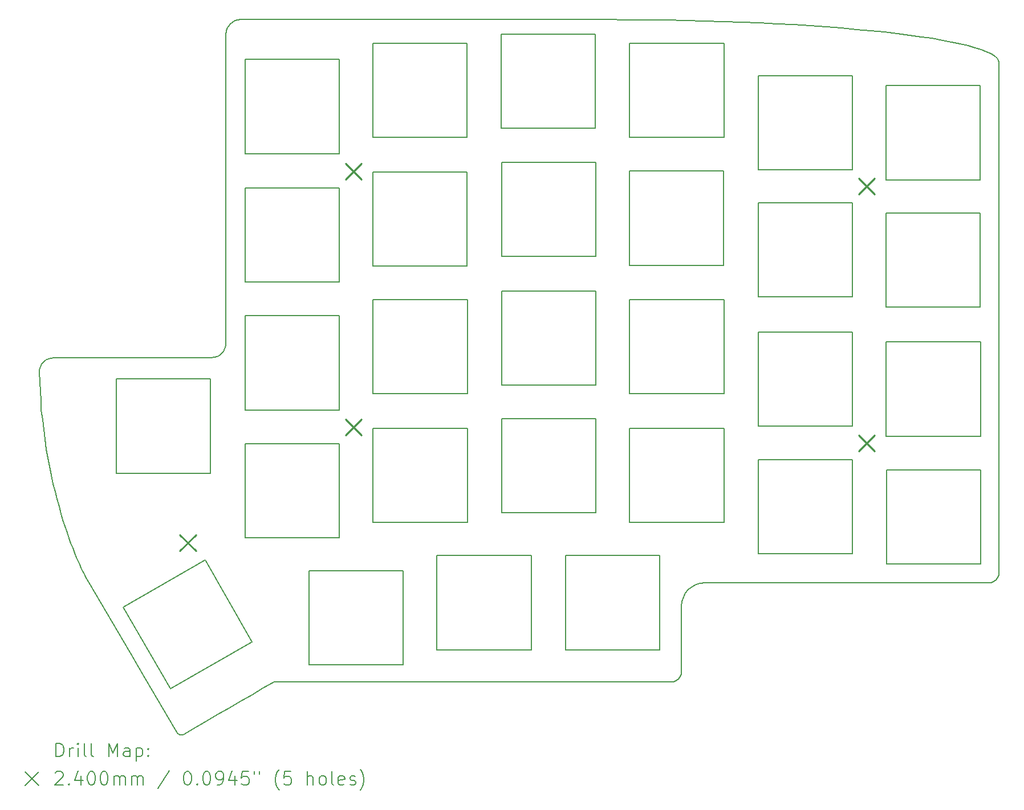
<source format=gbr>
%TF.GenerationSoftware,KiCad,Pcbnew,7.0.10*%
%TF.CreationDate,2024-04-22T20:11:26+02:00*%
%TF.ProjectId,Lily58_Pro_TOP,4c696c79-3538-45f5-9072-6f5f544f502e,rev?*%
%TF.SameCoordinates,Original*%
%TF.FileFunction,Drillmap*%
%TF.FilePolarity,Positive*%
%FSLAX45Y45*%
G04 Gerber Fmt 4.5, Leading zero omitted, Abs format (unit mm)*
G04 Created by KiCad (PCBNEW 7.0.10) date 2024-04-22 20:11:26*
%MOMM*%
%LPD*%
G01*
G04 APERTURE LIST*
%ADD10C,0.200000*%
%ADD11C,0.240000*%
G04 APERTURE END LIST*
D10*
X20869776Y-5894934D02*
X20869776Y-4494887D01*
X20869776Y-4494887D02*
X22269822Y-4494887D01*
X22269822Y-5894934D02*
X20869776Y-5894934D01*
X22269822Y-4494887D02*
X22269822Y-5894934D01*
X18180490Y-3533535D02*
X17898748Y-3526450D01*
X18456813Y-3542085D02*
X18180490Y-3533535D01*
X18727353Y-3552061D02*
X18456813Y-3542085D01*
X22545792Y-4148560D02*
X22545792Y-11733858D01*
X17024653Y-3514387D02*
X16724880Y-3513561D01*
X22269822Y-7784817D02*
X20869776Y-7784817D01*
X22426041Y-11880814D02*
X22395792Y-11883858D01*
X22454207Y-11872080D02*
X22426041Y-11880814D01*
X19744397Y-3605426D02*
X19500632Y-3590145D01*
X19980557Y-3621934D02*
X19744397Y-3605426D01*
X20208749Y-3639629D02*
X19980557Y-3621934D01*
X20428607Y-3658472D02*
X20208749Y-3639629D01*
X20639768Y-3678422D02*
X20428607Y-3658472D01*
X20841868Y-3699441D02*
X20639768Y-3678422D01*
X21034541Y-3721488D02*
X20841868Y-3699441D01*
X21217424Y-3744523D02*
X21034541Y-3721488D01*
X21390152Y-3768508D02*
X21217424Y-3744523D01*
X21552361Y-3793401D02*
X21390152Y-3768508D01*
X21703688Y-3819163D02*
X21552361Y-3793401D01*
X21843766Y-3845756D02*
X21703688Y-3819163D01*
X21972233Y-3873137D02*
X21843766Y-3845756D01*
X22088724Y-3901270D02*
X21972233Y-3873137D01*
X22192874Y-3930112D02*
X22088724Y-3901270D01*
X22284319Y-3959625D02*
X22192874Y-3930112D01*
X22362696Y-3989769D02*
X22284319Y-3959625D01*
X22427639Y-4020504D02*
X22362696Y-3989769D01*
X22478784Y-4051790D02*
X22427639Y-4020504D01*
X22515768Y-4083588D02*
X22478784Y-4051790D01*
X22538225Y-4115858D02*
X22515768Y-4083588D01*
X22545792Y-4148560D02*
X22538225Y-4115858D01*
X20869776Y-7784817D02*
X20869776Y-6385025D01*
X16109953Y-12437275D02*
X16109953Y-11480000D01*
X17510000Y-12880046D02*
X16109953Y-12880046D01*
X17320466Y-3516836D02*
X17024653Y-3514387D01*
X17611952Y-3520871D02*
X17320466Y-3516836D01*
X17898748Y-3526450D02*
X17611952Y-3520871D01*
X11786109Y-13356051D02*
X17681726Y-13356051D01*
X17831726Y-12233858D02*
X17831726Y-13208290D01*
X17711976Y-13353006D02*
X17681726Y-13356051D01*
X17740142Y-13344272D02*
X17711976Y-13353006D01*
X17765623Y-13330451D02*
X17740142Y-13344272D01*
X9167246Y-12114264D02*
X9335414Y-12400416D01*
X8999079Y-11828111D02*
X9167246Y-12114264D01*
X10176252Y-13831180D02*
X10344420Y-14117333D01*
X10008085Y-13545027D02*
X10176252Y-13831180D01*
X9839917Y-13258874D02*
X10008085Y-13545027D01*
X9671749Y-12972722D02*
X9839917Y-13258874D01*
X9503582Y-12686569D02*
X9671749Y-12972722D01*
X9335414Y-12400416D02*
X9503582Y-12686569D01*
X13250009Y-7675059D02*
X14650028Y-7675059D01*
X13250009Y-9075061D02*
X13250009Y-7675059D01*
X14650028Y-9075061D02*
X13250009Y-9075061D01*
X14650028Y-10984912D02*
X14650028Y-10984912D01*
X14650028Y-9584910D02*
X14650028Y-10984912D01*
X13250009Y-9584910D02*
X14650028Y-9584910D01*
X13250009Y-10984912D02*
X13250009Y-9584910D01*
X14650028Y-10984912D02*
X13250009Y-10984912D01*
X13699867Y-13104940D02*
X13699867Y-13104940D01*
X13699867Y-11704938D02*
X13699867Y-13104940D01*
X12299847Y-11704938D02*
X13699867Y-11704938D01*
X12299847Y-13104940D02*
X12299847Y-11704938D01*
X13699867Y-13104940D02*
X12299847Y-13104940D01*
X15599923Y-12879896D02*
X15599923Y-12879896D01*
X15599923Y-11479894D02*
X15599923Y-12879896D01*
X14199903Y-11479894D02*
X15599923Y-11479894D01*
X14199903Y-12879896D02*
X14199903Y-11479894D01*
X15599923Y-12879896D02*
X14199903Y-12879896D01*
X16559901Y-10844853D02*
X16559901Y-10844853D01*
X16559901Y-9444851D02*
X16559901Y-10844853D01*
X15159881Y-9444851D02*
X16559901Y-9444851D01*
X15159881Y-10844853D02*
X15159881Y-9444851D01*
X16559901Y-10844853D02*
X15159881Y-10844853D01*
X16560015Y-8944831D02*
X16560015Y-8944831D01*
X16560015Y-7544829D02*
X16560015Y-8944831D01*
X15159995Y-7544829D02*
X16560015Y-7544829D01*
X15159995Y-8944831D02*
X15159995Y-7544829D01*
X16560015Y-8944831D02*
X15159995Y-8944831D01*
X16560015Y-7035009D02*
X16560015Y-7035009D01*
X16560015Y-5635007D02*
X16560015Y-7035009D01*
X15159995Y-5635007D02*
X16560015Y-5635007D01*
X15159995Y-7035009D02*
X15159995Y-5635007D01*
X16560015Y-7035009D02*
X15159995Y-7035009D01*
X16552928Y-5125950D02*
X16552928Y-5125950D01*
X16552928Y-3725947D02*
X16552928Y-5125950D01*
X15152909Y-3725947D02*
X16552928Y-3725947D01*
X15152909Y-5125950D02*
X15152909Y-3725947D01*
X16552928Y-5125950D02*
X15152909Y-5125950D01*
X18460410Y-5264887D02*
X18460410Y-5264887D01*
X18460410Y-3864885D02*
X18460410Y-5264887D01*
X17060390Y-3864885D02*
X18460410Y-3864885D01*
X17060390Y-5264887D02*
X17060390Y-3864885D01*
X18460410Y-5264887D02*
X17060390Y-5264887D01*
X18459817Y-7164909D02*
X18459817Y-7164909D01*
X18459817Y-5764907D02*
X18459817Y-7164909D01*
X17059797Y-5764907D02*
X18459817Y-5764907D01*
X17059797Y-7164909D02*
X17059797Y-5764907D01*
X18459817Y-7164909D02*
X17059797Y-7164909D01*
X18460020Y-9074836D02*
X18460020Y-9074836D01*
X18460020Y-7674834D02*
X18460020Y-9074836D01*
X17060001Y-7674834D02*
X18460020Y-7674834D01*
X17060001Y-9074836D02*
X17060001Y-7674834D01*
X18460020Y-9074836D02*
X17060001Y-9074836D01*
X18459944Y-10984934D02*
X18459944Y-10984934D01*
X18459944Y-9584932D02*
X18459944Y-10984934D01*
X17059924Y-9584932D02*
X18459944Y-9584932D01*
X17059924Y-10984934D02*
X17059924Y-9584932D01*
X18459944Y-10984934D02*
X17059924Y-10984934D01*
X20369893Y-7634956D02*
X20369893Y-7634956D01*
X20369893Y-6234954D02*
X20369893Y-7634956D01*
X18969873Y-6234954D02*
X20369893Y-6234954D01*
X18969873Y-7634956D02*
X18969873Y-6234954D01*
X20369893Y-7634956D02*
X18969873Y-7634956D01*
X20368505Y-9554938D02*
X20368505Y-9554938D01*
X20368505Y-8154936D02*
X20368505Y-9554938D01*
X18968486Y-8154936D02*
X20368505Y-8154936D01*
X18968486Y-9554938D02*
X18968486Y-8154936D01*
X20368505Y-9554938D02*
X18968486Y-9554938D01*
X20369994Y-11454833D02*
X20369994Y-11454833D01*
X20369994Y-10054831D02*
X20369994Y-11454833D01*
X18969974Y-10054831D02*
X20369994Y-10054831D01*
X18969974Y-11454833D02*
X18969974Y-10054831D01*
X20369994Y-11454833D02*
X18969974Y-11454833D01*
X20370007Y-5744946D02*
X20370007Y-5744946D01*
X20370007Y-4344944D02*
X20370007Y-5744946D01*
X18969987Y-4344944D02*
X20370007Y-4344944D01*
X18969987Y-5744946D02*
X18969987Y-4344944D01*
X20370007Y-5744946D02*
X18969987Y-5744946D01*
X16724880Y-3513561D02*
X11288003Y-3513561D01*
X8984201Y-11799964D02*
X8999125Y-11828111D01*
X8969277Y-11771817D02*
X8984201Y-11799964D01*
X8954353Y-11743670D02*
X8969277Y-11771817D01*
X8939430Y-11715523D02*
X8954353Y-11743670D01*
X8916593Y-11665094D02*
X8939430Y-11715523D01*
X8893756Y-11614665D02*
X8916593Y-11665094D01*
X8870919Y-11564236D02*
X8893756Y-11614665D01*
X8848082Y-11513808D02*
X8870919Y-11564236D01*
X8820247Y-11442138D02*
X8848082Y-11513808D01*
X8792412Y-11370469D02*
X8820247Y-11442138D01*
X8764578Y-11298800D02*
X8792412Y-11370469D01*
X8736743Y-11227131D02*
X8764578Y-11298800D01*
X8706826Y-11135262D02*
X8736743Y-11227131D01*
X8676909Y-11043394D02*
X8706826Y-11135262D01*
X8646991Y-10951525D02*
X8676909Y-11043394D01*
X8617074Y-10859657D02*
X8646991Y-10951525D01*
X8587990Y-10748630D02*
X8617074Y-10859657D01*
X8558906Y-10637604D02*
X8587990Y-10748630D01*
X8529822Y-10526577D02*
X8558906Y-10637604D01*
X8500738Y-10415551D02*
X8529822Y-10526577D01*
X8475402Y-10286407D02*
X8500738Y-10415551D01*
X8450066Y-10157264D02*
X8475402Y-10286407D01*
X8424730Y-10028120D02*
X8450066Y-10157264D01*
X8399394Y-9898977D02*
X8424730Y-10028120D01*
X8380722Y-9752758D02*
X8399394Y-9898977D01*
X8362050Y-9606539D02*
X8380722Y-9752758D01*
X8343378Y-9460320D02*
X8362050Y-9606539D01*
X8324705Y-9314101D02*
X8343378Y-9460320D01*
X8316936Y-9175469D02*
X8324705Y-9314101D01*
X8309167Y-9036837D02*
X8316936Y-9175469D01*
X8301398Y-8898205D02*
X8309167Y-9036837D01*
X8293628Y-8759573D02*
X8301398Y-8898205D01*
X10427396Y-14142028D02*
X10445467Y-14132061D01*
X10414647Y-14146152D02*
X10427396Y-14142028D01*
X10402296Y-14147215D02*
X10414647Y-14146152D01*
X10390902Y-14147099D02*
X10402296Y-14147215D01*
X10380143Y-14143754D02*
X10390902Y-14147099D01*
X10369027Y-14138649D02*
X10380143Y-14143754D01*
X10353984Y-14129177D02*
X10369027Y-14138649D01*
X10344420Y-14117333D02*
X10353984Y-14129177D01*
X11618453Y-13452963D02*
X11786023Y-13355949D01*
X11450884Y-13549977D02*
X11618453Y-13452963D01*
X11283315Y-13646991D02*
X11450884Y-13549977D01*
X11115745Y-13744005D02*
X11283315Y-13646991D01*
X10948176Y-13841019D02*
X11115745Y-13744005D01*
X10780606Y-13938033D02*
X10948176Y-13841019D01*
X10613037Y-14035047D02*
X10780606Y-13938033D01*
X10445467Y-14132061D02*
X10613037Y-14035047D01*
X13249920Y-5774961D02*
X14649939Y-5774961D01*
X13249920Y-7174963D02*
X13249920Y-5774961D01*
X14649939Y-7174963D02*
X13249920Y-7174963D01*
X14650028Y-9075061D02*
X14650028Y-9075061D01*
X14650028Y-7675059D02*
X14650028Y-9075061D01*
X14649939Y-5264887D02*
X13249920Y-5264887D01*
X14649939Y-7174963D02*
X14649939Y-7174963D01*
X14649939Y-5774961D02*
X14649939Y-7174963D01*
X12749909Y-5504917D02*
X12749909Y-5504917D01*
X12749909Y-4104915D02*
X12749909Y-5504917D01*
X11349889Y-4104915D02*
X12749909Y-4104915D01*
X11349889Y-5504917D02*
X11349889Y-4104915D01*
X12749909Y-5504917D02*
X11349889Y-5504917D01*
X14649939Y-5264887D02*
X14649939Y-5264887D01*
X14649939Y-3864885D02*
X14649939Y-5264887D01*
X13249920Y-3864885D02*
X14649939Y-3864885D01*
X13249920Y-5264887D02*
X13249920Y-3864885D01*
X12750011Y-7415048D02*
X12750011Y-7415048D01*
X12750011Y-6015046D02*
X12750011Y-7415048D01*
X11349991Y-6015046D02*
X12750011Y-6015046D01*
X11349991Y-7415048D02*
X11349991Y-6015046D01*
X12750011Y-7415048D02*
X11349991Y-7415048D01*
X8513569Y-8539340D02*
X10848079Y-8539359D01*
X10835147Y-10254939D02*
X10835147Y-10254939D01*
X10835147Y-8854937D02*
X10835147Y-10254939D01*
X9439928Y-8854937D02*
X10835147Y-8854937D01*
X9439928Y-10254939D02*
X9439928Y-8854937D01*
X10835147Y-10254939D02*
X9439928Y-10254939D01*
X11456175Y-12761102D02*
X11456175Y-12761102D01*
X10756174Y-11548664D02*
X11456175Y-12761102D01*
X9543722Y-12248674D02*
X10756174Y-11548664D01*
X10243723Y-13461111D02*
X9543722Y-12248674D01*
X11456175Y-12761102D02*
X10243723Y-13461111D01*
X12749909Y-11215057D02*
X12749909Y-11215057D01*
X12749909Y-9815055D02*
X12749909Y-11215057D01*
X11349889Y-9815055D02*
X12749909Y-9815055D01*
X11349889Y-11215057D02*
X11349889Y-9815055D01*
X12749909Y-11215057D02*
X11349889Y-11215057D01*
X12749909Y-9314765D02*
X12749909Y-9314765D01*
X12749909Y-7914762D02*
X12749909Y-9314765D01*
X11349889Y-7914762D02*
X12749909Y-7914762D01*
X11349889Y-9314765D02*
X11349889Y-7914762D01*
X12749909Y-9314765D02*
X11349889Y-9314765D01*
X11050770Y-8405025D02*
X11063577Y-8363716D01*
X11030502Y-8442397D02*
X11050770Y-8405025D01*
X11003654Y-8474950D02*
X11030502Y-8442397D01*
X10971107Y-8501803D02*
X11003654Y-8474950D01*
X10933742Y-8522075D02*
X10971107Y-8501803D01*
X10892439Y-8534884D02*
X10933742Y-8522075D01*
X10848081Y-8539350D02*
X10892439Y-8534884D01*
X11063577Y-8363716D02*
X11068042Y-8319350D01*
X8513545Y-8539359D02*
X8468761Y-8543767D01*
X8330761Y-8635735D02*
X8310684Y-8673170D01*
X8357435Y-8603249D02*
X8330761Y-8635735D01*
X8389878Y-8576540D02*
X8357435Y-8603249D01*
X8427263Y-8556436D02*
X8389878Y-8576540D01*
X8468761Y-8543767D02*
X8427263Y-8556436D01*
X8298030Y-8714725D02*
X8293629Y-8759573D01*
X8310684Y-8673170D02*
X8298030Y-8714725D01*
X11243645Y-3518027D02*
X11202342Y-3530836D01*
X11288003Y-3513561D02*
X11243645Y-3518027D01*
X11072507Y-3689195D02*
X11068042Y-3733561D01*
X11085314Y-3647885D02*
X11072507Y-3689195D01*
X11105582Y-3610514D02*
X11085314Y-3647885D01*
X11132430Y-3577960D02*
X11105582Y-3610514D01*
X11164977Y-3551108D02*
X11132430Y-3577960D01*
X11202342Y-3530836D02*
X11164977Y-3551108D01*
X22274888Y-11604925D02*
X20874869Y-11604925D01*
X22274888Y-11604925D02*
X22274888Y-11604925D01*
X22274888Y-10204923D02*
X22274888Y-11604925D01*
X20874869Y-10204923D02*
X22274888Y-10204923D01*
X20874869Y-11604925D02*
X20874869Y-10204923D01*
X20869991Y-9705056D02*
X20869991Y-8305054D01*
X22270011Y-9705056D02*
X20869991Y-9705056D01*
X11068042Y-8319350D02*
X11068042Y-3734925D01*
X22270011Y-9705056D02*
X22270011Y-9705056D01*
X22270011Y-8305054D02*
X22270011Y-9705056D01*
X20869991Y-8305054D02*
X22270011Y-8305054D01*
X17787818Y-13312142D02*
X17765623Y-13330451D01*
X17806127Y-13289947D02*
X17787818Y-13312142D01*
X17819948Y-13264466D02*
X17806127Y-13289947D01*
X17828682Y-13236300D02*
X17819948Y-13264466D01*
X17831726Y-13206051D02*
X17828682Y-13236300D01*
X18181726Y-11883858D02*
X22395792Y-11883858D01*
X18111144Y-11890963D02*
X18181726Y-11883858D01*
X18045424Y-11911341D02*
X18111144Y-11890963D01*
X17985969Y-11943591D02*
X18045424Y-11911341D01*
X17934180Y-11986312D02*
X17985969Y-11943591D01*
X17891459Y-12038101D02*
X17934180Y-11986312D01*
X17859209Y-12097556D02*
X17891459Y-12038101D01*
X17838831Y-12163276D02*
X17859209Y-12097556D01*
X17831726Y-12233858D02*
X17838831Y-12163276D01*
X18991746Y-3563422D02*
X18727353Y-3552061D01*
X19249627Y-3576130D02*
X18991746Y-3563422D01*
X19500632Y-3590145D02*
X19249627Y-3576130D01*
X22269822Y-6385025D02*
X22269822Y-7784817D01*
X22479688Y-11858259D02*
X22454207Y-11872080D01*
X22501883Y-11839950D02*
X22479688Y-11858259D01*
X22520192Y-11817754D02*
X22501883Y-11839950D01*
X22534013Y-11792274D02*
X22520192Y-11817754D01*
X22542747Y-11764108D02*
X22534013Y-11792274D01*
X22545792Y-11733858D02*
X22542747Y-11764108D01*
X16109953Y-11480000D02*
X17510000Y-11480000D01*
X16109953Y-12880046D02*
X16109953Y-12437275D01*
X20869776Y-6385025D02*
X22269822Y-6385025D01*
X17510000Y-11480000D02*
X17510000Y-12880046D01*
D11*
X10380000Y-11170000D02*
X10620000Y-11410000D01*
X10620000Y-11170000D02*
X10380000Y-11410000D01*
X12840000Y-5650000D02*
X13080000Y-5890000D01*
X13080000Y-5650000D02*
X12840000Y-5890000D01*
X12840000Y-9450000D02*
X13080000Y-9690000D01*
X13080000Y-9450000D02*
X12840000Y-9690000D01*
X20460000Y-5870000D02*
X20700000Y-6110000D01*
X20700000Y-5870000D02*
X20460000Y-6110000D01*
X20460000Y-9690000D02*
X20700000Y-9930000D01*
X20700000Y-9690000D02*
X20460000Y-9930000D01*
D10*
X8544405Y-14468699D02*
X8544405Y-14268699D01*
X8544405Y-14268699D02*
X8592024Y-14268699D01*
X8592024Y-14268699D02*
X8620596Y-14278222D01*
X8620596Y-14278222D02*
X8639643Y-14297270D01*
X8639643Y-14297270D02*
X8649167Y-14316318D01*
X8649167Y-14316318D02*
X8658691Y-14354413D01*
X8658691Y-14354413D02*
X8658691Y-14382984D01*
X8658691Y-14382984D02*
X8649167Y-14421080D01*
X8649167Y-14421080D02*
X8639643Y-14440127D01*
X8639643Y-14440127D02*
X8620596Y-14459175D01*
X8620596Y-14459175D02*
X8592024Y-14468699D01*
X8592024Y-14468699D02*
X8544405Y-14468699D01*
X8744405Y-14468699D02*
X8744405Y-14335365D01*
X8744405Y-14373461D02*
X8753929Y-14354413D01*
X8753929Y-14354413D02*
X8763453Y-14344889D01*
X8763453Y-14344889D02*
X8782500Y-14335365D01*
X8782500Y-14335365D02*
X8801548Y-14335365D01*
X8868215Y-14468699D02*
X8868215Y-14335365D01*
X8868215Y-14268699D02*
X8858691Y-14278222D01*
X8858691Y-14278222D02*
X8868215Y-14287746D01*
X8868215Y-14287746D02*
X8877738Y-14278222D01*
X8877738Y-14278222D02*
X8868215Y-14268699D01*
X8868215Y-14268699D02*
X8868215Y-14287746D01*
X8992024Y-14468699D02*
X8972977Y-14459175D01*
X8972977Y-14459175D02*
X8963453Y-14440127D01*
X8963453Y-14440127D02*
X8963453Y-14268699D01*
X9096786Y-14468699D02*
X9077738Y-14459175D01*
X9077738Y-14459175D02*
X9068215Y-14440127D01*
X9068215Y-14440127D02*
X9068215Y-14268699D01*
X9325358Y-14468699D02*
X9325358Y-14268699D01*
X9325358Y-14268699D02*
X9392024Y-14411556D01*
X9392024Y-14411556D02*
X9458691Y-14268699D01*
X9458691Y-14268699D02*
X9458691Y-14468699D01*
X9639643Y-14468699D02*
X9639643Y-14363937D01*
X9639643Y-14363937D02*
X9630119Y-14344889D01*
X9630119Y-14344889D02*
X9611072Y-14335365D01*
X9611072Y-14335365D02*
X9572977Y-14335365D01*
X9572977Y-14335365D02*
X9553929Y-14344889D01*
X9639643Y-14459175D02*
X9620596Y-14468699D01*
X9620596Y-14468699D02*
X9572977Y-14468699D01*
X9572977Y-14468699D02*
X9553929Y-14459175D01*
X9553929Y-14459175D02*
X9544405Y-14440127D01*
X9544405Y-14440127D02*
X9544405Y-14421080D01*
X9544405Y-14421080D02*
X9553929Y-14402032D01*
X9553929Y-14402032D02*
X9572977Y-14392508D01*
X9572977Y-14392508D02*
X9620596Y-14392508D01*
X9620596Y-14392508D02*
X9639643Y-14382984D01*
X9734881Y-14335365D02*
X9734881Y-14535365D01*
X9734881Y-14344889D02*
X9753929Y-14335365D01*
X9753929Y-14335365D02*
X9792024Y-14335365D01*
X9792024Y-14335365D02*
X9811072Y-14344889D01*
X9811072Y-14344889D02*
X9820596Y-14354413D01*
X9820596Y-14354413D02*
X9830119Y-14373461D01*
X9830119Y-14373461D02*
X9830119Y-14430603D01*
X9830119Y-14430603D02*
X9820596Y-14449651D01*
X9820596Y-14449651D02*
X9811072Y-14459175D01*
X9811072Y-14459175D02*
X9792024Y-14468699D01*
X9792024Y-14468699D02*
X9753929Y-14468699D01*
X9753929Y-14468699D02*
X9734881Y-14459175D01*
X9915834Y-14449651D02*
X9925358Y-14459175D01*
X9925358Y-14459175D02*
X9915834Y-14468699D01*
X9915834Y-14468699D02*
X9906310Y-14459175D01*
X9906310Y-14459175D02*
X9915834Y-14449651D01*
X9915834Y-14449651D02*
X9915834Y-14468699D01*
X9915834Y-14344889D02*
X9925358Y-14354413D01*
X9925358Y-14354413D02*
X9915834Y-14363937D01*
X9915834Y-14363937D02*
X9906310Y-14354413D01*
X9906310Y-14354413D02*
X9915834Y-14344889D01*
X9915834Y-14344889D02*
X9915834Y-14363937D01*
X8083628Y-14697215D02*
X8283628Y-14897215D01*
X8283628Y-14697215D02*
X8083628Y-14897215D01*
X8534881Y-14707746D02*
X8544405Y-14698222D01*
X8544405Y-14698222D02*
X8563453Y-14688699D01*
X8563453Y-14688699D02*
X8611072Y-14688699D01*
X8611072Y-14688699D02*
X8630119Y-14698222D01*
X8630119Y-14698222D02*
X8639643Y-14707746D01*
X8639643Y-14707746D02*
X8649167Y-14726794D01*
X8649167Y-14726794D02*
X8649167Y-14745841D01*
X8649167Y-14745841D02*
X8639643Y-14774413D01*
X8639643Y-14774413D02*
X8525358Y-14888699D01*
X8525358Y-14888699D02*
X8649167Y-14888699D01*
X8734881Y-14869651D02*
X8744405Y-14879175D01*
X8744405Y-14879175D02*
X8734881Y-14888699D01*
X8734881Y-14888699D02*
X8725358Y-14879175D01*
X8725358Y-14879175D02*
X8734881Y-14869651D01*
X8734881Y-14869651D02*
X8734881Y-14888699D01*
X8915834Y-14755365D02*
X8915834Y-14888699D01*
X8868215Y-14679175D02*
X8820596Y-14822032D01*
X8820596Y-14822032D02*
X8944405Y-14822032D01*
X9058691Y-14688699D02*
X9077739Y-14688699D01*
X9077739Y-14688699D02*
X9096786Y-14698222D01*
X9096786Y-14698222D02*
X9106310Y-14707746D01*
X9106310Y-14707746D02*
X9115834Y-14726794D01*
X9115834Y-14726794D02*
X9125358Y-14764889D01*
X9125358Y-14764889D02*
X9125358Y-14812508D01*
X9125358Y-14812508D02*
X9115834Y-14850603D01*
X9115834Y-14850603D02*
X9106310Y-14869651D01*
X9106310Y-14869651D02*
X9096786Y-14879175D01*
X9096786Y-14879175D02*
X9077739Y-14888699D01*
X9077739Y-14888699D02*
X9058691Y-14888699D01*
X9058691Y-14888699D02*
X9039643Y-14879175D01*
X9039643Y-14879175D02*
X9030119Y-14869651D01*
X9030119Y-14869651D02*
X9020596Y-14850603D01*
X9020596Y-14850603D02*
X9011072Y-14812508D01*
X9011072Y-14812508D02*
X9011072Y-14764889D01*
X9011072Y-14764889D02*
X9020596Y-14726794D01*
X9020596Y-14726794D02*
X9030119Y-14707746D01*
X9030119Y-14707746D02*
X9039643Y-14698222D01*
X9039643Y-14698222D02*
X9058691Y-14688699D01*
X9249167Y-14688699D02*
X9268215Y-14688699D01*
X9268215Y-14688699D02*
X9287262Y-14698222D01*
X9287262Y-14698222D02*
X9296786Y-14707746D01*
X9296786Y-14707746D02*
X9306310Y-14726794D01*
X9306310Y-14726794D02*
X9315834Y-14764889D01*
X9315834Y-14764889D02*
X9315834Y-14812508D01*
X9315834Y-14812508D02*
X9306310Y-14850603D01*
X9306310Y-14850603D02*
X9296786Y-14869651D01*
X9296786Y-14869651D02*
X9287262Y-14879175D01*
X9287262Y-14879175D02*
X9268215Y-14888699D01*
X9268215Y-14888699D02*
X9249167Y-14888699D01*
X9249167Y-14888699D02*
X9230119Y-14879175D01*
X9230119Y-14879175D02*
X9220596Y-14869651D01*
X9220596Y-14869651D02*
X9211072Y-14850603D01*
X9211072Y-14850603D02*
X9201548Y-14812508D01*
X9201548Y-14812508D02*
X9201548Y-14764889D01*
X9201548Y-14764889D02*
X9211072Y-14726794D01*
X9211072Y-14726794D02*
X9220596Y-14707746D01*
X9220596Y-14707746D02*
X9230119Y-14698222D01*
X9230119Y-14698222D02*
X9249167Y-14688699D01*
X9401548Y-14888699D02*
X9401548Y-14755365D01*
X9401548Y-14774413D02*
X9411072Y-14764889D01*
X9411072Y-14764889D02*
X9430119Y-14755365D01*
X9430119Y-14755365D02*
X9458691Y-14755365D01*
X9458691Y-14755365D02*
X9477739Y-14764889D01*
X9477739Y-14764889D02*
X9487262Y-14783937D01*
X9487262Y-14783937D02*
X9487262Y-14888699D01*
X9487262Y-14783937D02*
X9496786Y-14764889D01*
X9496786Y-14764889D02*
X9515834Y-14755365D01*
X9515834Y-14755365D02*
X9544405Y-14755365D01*
X9544405Y-14755365D02*
X9563453Y-14764889D01*
X9563453Y-14764889D02*
X9572977Y-14783937D01*
X9572977Y-14783937D02*
X9572977Y-14888699D01*
X9668215Y-14888699D02*
X9668215Y-14755365D01*
X9668215Y-14774413D02*
X9677739Y-14764889D01*
X9677739Y-14764889D02*
X9696786Y-14755365D01*
X9696786Y-14755365D02*
X9725358Y-14755365D01*
X9725358Y-14755365D02*
X9744405Y-14764889D01*
X9744405Y-14764889D02*
X9753929Y-14783937D01*
X9753929Y-14783937D02*
X9753929Y-14888699D01*
X9753929Y-14783937D02*
X9763453Y-14764889D01*
X9763453Y-14764889D02*
X9782500Y-14755365D01*
X9782500Y-14755365D02*
X9811072Y-14755365D01*
X9811072Y-14755365D02*
X9830120Y-14764889D01*
X9830120Y-14764889D02*
X9839643Y-14783937D01*
X9839643Y-14783937D02*
X9839643Y-14888699D01*
X10230120Y-14679175D02*
X10058691Y-14936318D01*
X10487262Y-14688699D02*
X10506310Y-14688699D01*
X10506310Y-14688699D02*
X10525358Y-14698222D01*
X10525358Y-14698222D02*
X10534882Y-14707746D01*
X10534882Y-14707746D02*
X10544405Y-14726794D01*
X10544405Y-14726794D02*
X10553929Y-14764889D01*
X10553929Y-14764889D02*
X10553929Y-14812508D01*
X10553929Y-14812508D02*
X10544405Y-14850603D01*
X10544405Y-14850603D02*
X10534882Y-14869651D01*
X10534882Y-14869651D02*
X10525358Y-14879175D01*
X10525358Y-14879175D02*
X10506310Y-14888699D01*
X10506310Y-14888699D02*
X10487262Y-14888699D01*
X10487262Y-14888699D02*
X10468215Y-14879175D01*
X10468215Y-14879175D02*
X10458691Y-14869651D01*
X10458691Y-14869651D02*
X10449167Y-14850603D01*
X10449167Y-14850603D02*
X10439643Y-14812508D01*
X10439643Y-14812508D02*
X10439643Y-14764889D01*
X10439643Y-14764889D02*
X10449167Y-14726794D01*
X10449167Y-14726794D02*
X10458691Y-14707746D01*
X10458691Y-14707746D02*
X10468215Y-14698222D01*
X10468215Y-14698222D02*
X10487262Y-14688699D01*
X10639643Y-14869651D02*
X10649167Y-14879175D01*
X10649167Y-14879175D02*
X10639643Y-14888699D01*
X10639643Y-14888699D02*
X10630120Y-14879175D01*
X10630120Y-14879175D02*
X10639643Y-14869651D01*
X10639643Y-14869651D02*
X10639643Y-14888699D01*
X10772977Y-14688699D02*
X10792024Y-14688699D01*
X10792024Y-14688699D02*
X10811072Y-14698222D01*
X10811072Y-14698222D02*
X10820596Y-14707746D01*
X10820596Y-14707746D02*
X10830120Y-14726794D01*
X10830120Y-14726794D02*
X10839643Y-14764889D01*
X10839643Y-14764889D02*
X10839643Y-14812508D01*
X10839643Y-14812508D02*
X10830120Y-14850603D01*
X10830120Y-14850603D02*
X10820596Y-14869651D01*
X10820596Y-14869651D02*
X10811072Y-14879175D01*
X10811072Y-14879175D02*
X10792024Y-14888699D01*
X10792024Y-14888699D02*
X10772977Y-14888699D01*
X10772977Y-14888699D02*
X10753929Y-14879175D01*
X10753929Y-14879175D02*
X10744405Y-14869651D01*
X10744405Y-14869651D02*
X10734882Y-14850603D01*
X10734882Y-14850603D02*
X10725358Y-14812508D01*
X10725358Y-14812508D02*
X10725358Y-14764889D01*
X10725358Y-14764889D02*
X10734882Y-14726794D01*
X10734882Y-14726794D02*
X10744405Y-14707746D01*
X10744405Y-14707746D02*
X10753929Y-14698222D01*
X10753929Y-14698222D02*
X10772977Y-14688699D01*
X10934882Y-14888699D02*
X10972977Y-14888699D01*
X10972977Y-14888699D02*
X10992024Y-14879175D01*
X10992024Y-14879175D02*
X11001548Y-14869651D01*
X11001548Y-14869651D02*
X11020596Y-14841080D01*
X11020596Y-14841080D02*
X11030120Y-14802984D01*
X11030120Y-14802984D02*
X11030120Y-14726794D01*
X11030120Y-14726794D02*
X11020596Y-14707746D01*
X11020596Y-14707746D02*
X11011072Y-14698222D01*
X11011072Y-14698222D02*
X10992024Y-14688699D01*
X10992024Y-14688699D02*
X10953929Y-14688699D01*
X10953929Y-14688699D02*
X10934882Y-14698222D01*
X10934882Y-14698222D02*
X10925358Y-14707746D01*
X10925358Y-14707746D02*
X10915834Y-14726794D01*
X10915834Y-14726794D02*
X10915834Y-14774413D01*
X10915834Y-14774413D02*
X10925358Y-14793461D01*
X10925358Y-14793461D02*
X10934882Y-14802984D01*
X10934882Y-14802984D02*
X10953929Y-14812508D01*
X10953929Y-14812508D02*
X10992024Y-14812508D01*
X10992024Y-14812508D02*
X11011072Y-14802984D01*
X11011072Y-14802984D02*
X11020596Y-14793461D01*
X11020596Y-14793461D02*
X11030120Y-14774413D01*
X11201548Y-14755365D02*
X11201548Y-14888699D01*
X11153929Y-14679175D02*
X11106310Y-14822032D01*
X11106310Y-14822032D02*
X11230120Y-14822032D01*
X11401548Y-14688699D02*
X11306310Y-14688699D01*
X11306310Y-14688699D02*
X11296786Y-14783937D01*
X11296786Y-14783937D02*
X11306310Y-14774413D01*
X11306310Y-14774413D02*
X11325358Y-14764889D01*
X11325358Y-14764889D02*
X11372977Y-14764889D01*
X11372977Y-14764889D02*
X11392024Y-14774413D01*
X11392024Y-14774413D02*
X11401548Y-14783937D01*
X11401548Y-14783937D02*
X11411072Y-14802984D01*
X11411072Y-14802984D02*
X11411072Y-14850603D01*
X11411072Y-14850603D02*
X11401548Y-14869651D01*
X11401548Y-14869651D02*
X11392024Y-14879175D01*
X11392024Y-14879175D02*
X11372977Y-14888699D01*
X11372977Y-14888699D02*
X11325358Y-14888699D01*
X11325358Y-14888699D02*
X11306310Y-14879175D01*
X11306310Y-14879175D02*
X11296786Y-14869651D01*
X11487262Y-14688699D02*
X11487262Y-14726794D01*
X11563453Y-14688699D02*
X11563453Y-14726794D01*
X11858691Y-14964889D02*
X11849167Y-14955365D01*
X11849167Y-14955365D02*
X11830120Y-14926794D01*
X11830120Y-14926794D02*
X11820596Y-14907746D01*
X11820596Y-14907746D02*
X11811072Y-14879175D01*
X11811072Y-14879175D02*
X11801548Y-14831556D01*
X11801548Y-14831556D02*
X11801548Y-14793461D01*
X11801548Y-14793461D02*
X11811072Y-14745841D01*
X11811072Y-14745841D02*
X11820596Y-14717270D01*
X11820596Y-14717270D02*
X11830120Y-14698222D01*
X11830120Y-14698222D02*
X11849167Y-14669651D01*
X11849167Y-14669651D02*
X11858691Y-14660127D01*
X12030120Y-14688699D02*
X11934882Y-14688699D01*
X11934882Y-14688699D02*
X11925358Y-14783937D01*
X11925358Y-14783937D02*
X11934882Y-14774413D01*
X11934882Y-14774413D02*
X11953929Y-14764889D01*
X11953929Y-14764889D02*
X12001548Y-14764889D01*
X12001548Y-14764889D02*
X12020596Y-14774413D01*
X12020596Y-14774413D02*
X12030120Y-14783937D01*
X12030120Y-14783937D02*
X12039643Y-14802984D01*
X12039643Y-14802984D02*
X12039643Y-14850603D01*
X12039643Y-14850603D02*
X12030120Y-14869651D01*
X12030120Y-14869651D02*
X12020596Y-14879175D01*
X12020596Y-14879175D02*
X12001548Y-14888699D01*
X12001548Y-14888699D02*
X11953929Y-14888699D01*
X11953929Y-14888699D02*
X11934882Y-14879175D01*
X11934882Y-14879175D02*
X11925358Y-14869651D01*
X12277739Y-14888699D02*
X12277739Y-14688699D01*
X12363453Y-14888699D02*
X12363453Y-14783937D01*
X12363453Y-14783937D02*
X12353929Y-14764889D01*
X12353929Y-14764889D02*
X12334882Y-14755365D01*
X12334882Y-14755365D02*
X12306310Y-14755365D01*
X12306310Y-14755365D02*
X12287263Y-14764889D01*
X12287263Y-14764889D02*
X12277739Y-14774413D01*
X12487263Y-14888699D02*
X12468215Y-14879175D01*
X12468215Y-14879175D02*
X12458691Y-14869651D01*
X12458691Y-14869651D02*
X12449167Y-14850603D01*
X12449167Y-14850603D02*
X12449167Y-14793461D01*
X12449167Y-14793461D02*
X12458691Y-14774413D01*
X12458691Y-14774413D02*
X12468215Y-14764889D01*
X12468215Y-14764889D02*
X12487263Y-14755365D01*
X12487263Y-14755365D02*
X12515834Y-14755365D01*
X12515834Y-14755365D02*
X12534882Y-14764889D01*
X12534882Y-14764889D02*
X12544405Y-14774413D01*
X12544405Y-14774413D02*
X12553929Y-14793461D01*
X12553929Y-14793461D02*
X12553929Y-14850603D01*
X12553929Y-14850603D02*
X12544405Y-14869651D01*
X12544405Y-14869651D02*
X12534882Y-14879175D01*
X12534882Y-14879175D02*
X12515834Y-14888699D01*
X12515834Y-14888699D02*
X12487263Y-14888699D01*
X12668215Y-14888699D02*
X12649167Y-14879175D01*
X12649167Y-14879175D02*
X12639644Y-14860127D01*
X12639644Y-14860127D02*
X12639644Y-14688699D01*
X12820596Y-14879175D02*
X12801548Y-14888699D01*
X12801548Y-14888699D02*
X12763453Y-14888699D01*
X12763453Y-14888699D02*
X12744405Y-14879175D01*
X12744405Y-14879175D02*
X12734882Y-14860127D01*
X12734882Y-14860127D02*
X12734882Y-14783937D01*
X12734882Y-14783937D02*
X12744405Y-14764889D01*
X12744405Y-14764889D02*
X12763453Y-14755365D01*
X12763453Y-14755365D02*
X12801548Y-14755365D01*
X12801548Y-14755365D02*
X12820596Y-14764889D01*
X12820596Y-14764889D02*
X12830120Y-14783937D01*
X12830120Y-14783937D02*
X12830120Y-14802984D01*
X12830120Y-14802984D02*
X12734882Y-14822032D01*
X12906310Y-14879175D02*
X12925358Y-14888699D01*
X12925358Y-14888699D02*
X12963453Y-14888699D01*
X12963453Y-14888699D02*
X12982501Y-14879175D01*
X12982501Y-14879175D02*
X12992025Y-14860127D01*
X12992025Y-14860127D02*
X12992025Y-14850603D01*
X12992025Y-14850603D02*
X12982501Y-14831556D01*
X12982501Y-14831556D02*
X12963453Y-14822032D01*
X12963453Y-14822032D02*
X12934882Y-14822032D01*
X12934882Y-14822032D02*
X12915834Y-14812508D01*
X12915834Y-14812508D02*
X12906310Y-14793461D01*
X12906310Y-14793461D02*
X12906310Y-14783937D01*
X12906310Y-14783937D02*
X12915834Y-14764889D01*
X12915834Y-14764889D02*
X12934882Y-14755365D01*
X12934882Y-14755365D02*
X12963453Y-14755365D01*
X12963453Y-14755365D02*
X12982501Y-14764889D01*
X13058691Y-14964889D02*
X13068215Y-14955365D01*
X13068215Y-14955365D02*
X13087263Y-14926794D01*
X13087263Y-14926794D02*
X13096786Y-14907746D01*
X13096786Y-14907746D02*
X13106310Y-14879175D01*
X13106310Y-14879175D02*
X13115834Y-14831556D01*
X13115834Y-14831556D02*
X13115834Y-14793461D01*
X13115834Y-14793461D02*
X13106310Y-14745841D01*
X13106310Y-14745841D02*
X13096786Y-14717270D01*
X13096786Y-14717270D02*
X13087263Y-14698222D01*
X13087263Y-14698222D02*
X13068215Y-14669651D01*
X13068215Y-14669651D02*
X13058691Y-14660127D01*
M02*

</source>
